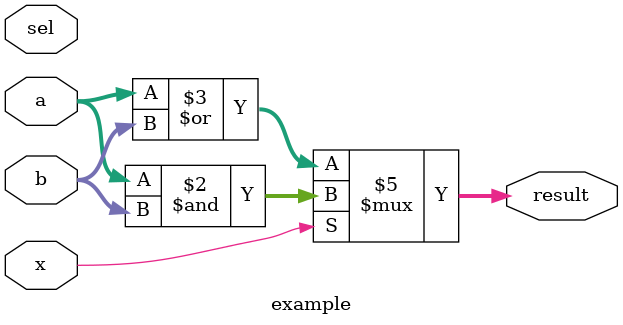
<source format=v>
module example(
    input x,
    input sel,
    input [7:0] a,        // 8-bit input operand A
    input [7:0] b,        // 8-bit input operand B
    output reg [7:0] result  // Output result
);

// Simplified combinational logic
always @(*) begin
    if (x) begin
        // And bitwise directly in the module
        result = a & b;
    end else begin
        // Or bitwise directly in the module
        result = a | b;
    end
end

endmodule

</source>
